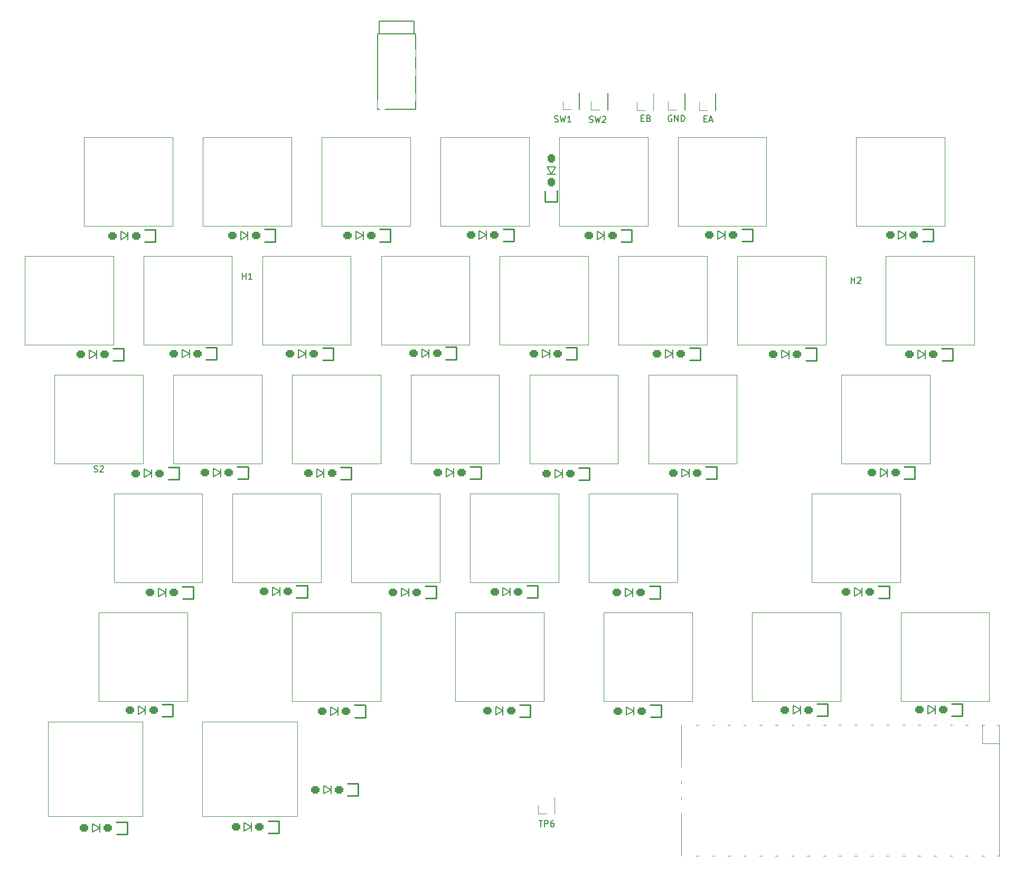
<source format=gbr>
%TF.GenerationSoftware,KiCad,Pcbnew,8.0.7*%
%TF.CreationDate,2025-05-31T19:51:50+02:00*%
%TF.ProjectId,pcb_keyboard_dx,7063625f-6b65-4796-926f-6172645f6478,rev?*%
%TF.SameCoordinates,Original*%
%TF.FileFunction,Legend,Top*%
%TF.FilePolarity,Positive*%
%FSLAX46Y46*%
G04 Gerber Fmt 4.6, Leading zero omitted, Abs format (unit mm)*
G04 Created by KiCad (PCBNEW 8.0.7) date 2025-05-31 19:51:50*
%MOMM*%
%LPD*%
G01*
G04 APERTURE LIST*
G04 Aperture macros list*
%AMRoundRect*
0 Rectangle with rounded corners*
0 $1 Rounding radius*
0 $2 $3 $4 $5 $6 $7 $8 $9 X,Y pos of 4 corners*
0 Add a 4 corners polygon primitive as box body*
4,1,4,$2,$3,$4,$5,$6,$7,$8,$9,$2,$3,0*
0 Add four circle primitives for the rounded corners*
1,1,$1+$1,$2,$3*
1,1,$1+$1,$4,$5*
1,1,$1+$1,$6,$7*
1,1,$1+$1,$8,$9*
0 Add four rect primitives between the rounded corners*
20,1,$1+$1,$2,$3,$4,$5,0*
20,1,$1+$1,$4,$5,$6,$7,0*
20,1,$1+$1,$6,$7,$8,$9,0*
20,1,$1+$1,$8,$9,$2,$3,0*%
G04 Aperture macros list end*
%ADD10C,0.200000*%
%ADD11C,0.150000*%
%ADD12C,0.120000*%
%ADD13C,0.250000*%
%ADD14C,1.900000*%
%ADD15C,3.450000*%
%ADD16C,2.200000*%
%ADD17C,1.750000*%
%ADD18C,3.050000*%
%ADD19C,4.000000*%
%ADD20O,1.800000X1.800000*%
%ADD21O,1.500000X1.500000*%
%ADD22O,1.700000X1.700000*%
%ADD23R,1.700000X3.500000*%
%ADD24R,1.700000X1.700000*%
%ADD25R,3.500000X1.700000*%
%ADD26C,0.800000*%
%ADD27O,1.600000X2.000000*%
%ADD28R,1.400000X1.400000*%
%ADD29RoundRect,0.300000X0.400000X0.300000X-0.400000X0.300000X-0.400000X-0.300000X0.400000X-0.300000X0*%
%ADD30C,1.400000*%
%ADD31RoundRect,0.300000X0.300000X-0.400000X0.300000X0.400000X-0.300000X0.400000X-0.300000X-0.400000X0*%
G04 APERTURE END LIST*
D10*
X120341804Y-36106600D02*
X120484661Y-36154219D01*
X120484661Y-36154219D02*
X120722756Y-36154219D01*
X120722756Y-36154219D02*
X120817994Y-36106600D01*
X120817994Y-36106600D02*
X120865613Y-36058980D01*
X120865613Y-36058980D02*
X120913232Y-35963742D01*
X120913232Y-35963742D02*
X120913232Y-35868504D01*
X120913232Y-35868504D02*
X120865613Y-35773266D01*
X120865613Y-35773266D02*
X120817994Y-35725647D01*
X120817994Y-35725647D02*
X120722756Y-35678028D01*
X120722756Y-35678028D02*
X120532280Y-35630409D01*
X120532280Y-35630409D02*
X120437042Y-35582790D01*
X120437042Y-35582790D02*
X120389423Y-35535171D01*
X120389423Y-35535171D02*
X120341804Y-35439933D01*
X120341804Y-35439933D02*
X120341804Y-35344695D01*
X120341804Y-35344695D02*
X120389423Y-35249457D01*
X120389423Y-35249457D02*
X120437042Y-35201838D01*
X120437042Y-35201838D02*
X120532280Y-35154219D01*
X120532280Y-35154219D02*
X120770375Y-35154219D01*
X120770375Y-35154219D02*
X120913232Y-35201838D01*
X121246566Y-35154219D02*
X121484661Y-36154219D01*
X121484661Y-36154219D02*
X121675137Y-35439933D01*
X121675137Y-35439933D02*
X121865613Y-36154219D01*
X121865613Y-36154219D02*
X122103709Y-35154219D01*
X122437042Y-35249457D02*
X122484661Y-35201838D01*
X122484661Y-35201838D02*
X122579899Y-35154219D01*
X122579899Y-35154219D02*
X122817994Y-35154219D01*
X122817994Y-35154219D02*
X122913232Y-35201838D01*
X122913232Y-35201838D02*
X122960851Y-35249457D01*
X122960851Y-35249457D02*
X123008470Y-35344695D01*
X123008470Y-35344695D02*
X123008470Y-35439933D01*
X123008470Y-35439933D02*
X122960851Y-35582790D01*
X122960851Y-35582790D02*
X122389423Y-36154219D01*
X122389423Y-36154219D02*
X123008470Y-36154219D01*
X138759423Y-35560409D02*
X139092756Y-35560409D01*
X139235613Y-36084219D02*
X138759423Y-36084219D01*
X138759423Y-36084219D02*
X138759423Y-35084219D01*
X138759423Y-35084219D02*
X139235613Y-35084219D01*
X139616566Y-35798504D02*
X140092756Y-35798504D01*
X139521328Y-36084219D02*
X139854661Y-35084219D01*
X139854661Y-35084219D02*
X140187994Y-36084219D01*
X112276566Y-148117638D02*
X112847994Y-148117638D01*
X112562280Y-149117638D02*
X112562280Y-148117638D01*
X113181328Y-149117638D02*
X113181328Y-148117638D01*
X113181328Y-148117638D02*
X113562280Y-148117638D01*
X113562280Y-148117638D02*
X113657518Y-148165257D01*
X113657518Y-148165257D02*
X113705137Y-148212876D01*
X113705137Y-148212876D02*
X113752756Y-148308114D01*
X113752756Y-148308114D02*
X113752756Y-148450971D01*
X113752756Y-148450971D02*
X113705137Y-148546209D01*
X113705137Y-148546209D02*
X113657518Y-148593828D01*
X113657518Y-148593828D02*
X113562280Y-148641447D01*
X113562280Y-148641447D02*
X113181328Y-148641447D01*
X114609899Y-148117638D02*
X114419423Y-148117638D01*
X114419423Y-148117638D02*
X114324185Y-148165257D01*
X114324185Y-148165257D02*
X114276566Y-148212876D01*
X114276566Y-148212876D02*
X114181328Y-148355733D01*
X114181328Y-148355733D02*
X114133709Y-148546209D01*
X114133709Y-148546209D02*
X114133709Y-148927161D01*
X114133709Y-148927161D02*
X114181328Y-149022399D01*
X114181328Y-149022399D02*
X114228947Y-149070019D01*
X114228947Y-149070019D02*
X114324185Y-149117638D01*
X114324185Y-149117638D02*
X114514661Y-149117638D01*
X114514661Y-149117638D02*
X114609899Y-149070019D01*
X114609899Y-149070019D02*
X114657518Y-149022399D01*
X114657518Y-149022399D02*
X114705137Y-148927161D01*
X114705137Y-148927161D02*
X114705137Y-148689066D01*
X114705137Y-148689066D02*
X114657518Y-148593828D01*
X114657518Y-148593828D02*
X114609899Y-148546209D01*
X114609899Y-148546209D02*
X114514661Y-148498590D01*
X114514661Y-148498590D02*
X114324185Y-148498590D01*
X114324185Y-148498590D02*
X114228947Y-148546209D01*
X114228947Y-148546209D02*
X114181328Y-148593828D01*
X114181328Y-148593828D02*
X114133709Y-148689066D01*
X114761804Y-36046600D02*
X114904661Y-36094219D01*
X114904661Y-36094219D02*
X115142756Y-36094219D01*
X115142756Y-36094219D02*
X115237994Y-36046600D01*
X115237994Y-36046600D02*
X115285613Y-35998980D01*
X115285613Y-35998980D02*
X115333232Y-35903742D01*
X115333232Y-35903742D02*
X115333232Y-35808504D01*
X115333232Y-35808504D02*
X115285613Y-35713266D01*
X115285613Y-35713266D02*
X115237994Y-35665647D01*
X115237994Y-35665647D02*
X115142756Y-35618028D01*
X115142756Y-35618028D02*
X114952280Y-35570409D01*
X114952280Y-35570409D02*
X114857042Y-35522790D01*
X114857042Y-35522790D02*
X114809423Y-35475171D01*
X114809423Y-35475171D02*
X114761804Y-35379933D01*
X114761804Y-35379933D02*
X114761804Y-35284695D01*
X114761804Y-35284695D02*
X114809423Y-35189457D01*
X114809423Y-35189457D02*
X114857042Y-35141838D01*
X114857042Y-35141838D02*
X114952280Y-35094219D01*
X114952280Y-35094219D02*
X115190375Y-35094219D01*
X115190375Y-35094219D02*
X115333232Y-35141838D01*
X115666566Y-35094219D02*
X115904661Y-36094219D01*
X115904661Y-36094219D02*
X116095137Y-35379933D01*
X116095137Y-35379933D02*
X116285613Y-36094219D01*
X116285613Y-36094219D02*
X116523709Y-35094219D01*
X117428470Y-36094219D02*
X116857042Y-36094219D01*
X117142756Y-36094219D02*
X117142756Y-35094219D01*
X117142756Y-35094219D02*
X117047518Y-35237076D01*
X117047518Y-35237076D02*
X116952280Y-35332314D01*
X116952280Y-35332314D02*
X116857042Y-35379933D01*
X128649423Y-35490409D02*
X128982756Y-35490409D01*
X129125613Y-36014219D02*
X128649423Y-36014219D01*
X128649423Y-36014219D02*
X128649423Y-35014219D01*
X128649423Y-35014219D02*
X129125613Y-35014219D01*
X129887518Y-35490409D02*
X130030375Y-35538028D01*
X130030375Y-35538028D02*
X130077994Y-35585647D01*
X130077994Y-35585647D02*
X130125613Y-35680885D01*
X130125613Y-35680885D02*
X130125613Y-35823742D01*
X130125613Y-35823742D02*
X130077994Y-35918980D01*
X130077994Y-35918980D02*
X130030375Y-35966600D01*
X130030375Y-35966600D02*
X129935137Y-36014219D01*
X129935137Y-36014219D02*
X129554185Y-36014219D01*
X129554185Y-36014219D02*
X129554185Y-35014219D01*
X129554185Y-35014219D02*
X129887518Y-35014219D01*
X129887518Y-35014219D02*
X129982756Y-35061838D01*
X129982756Y-35061838D02*
X130030375Y-35109457D01*
X130030375Y-35109457D02*
X130077994Y-35204695D01*
X130077994Y-35204695D02*
X130077994Y-35299933D01*
X130077994Y-35299933D02*
X130030375Y-35395171D01*
X130030375Y-35395171D02*
X129982756Y-35442790D01*
X129982756Y-35442790D02*
X129887518Y-35490409D01*
X129887518Y-35490409D02*
X129554185Y-35490409D01*
X133543232Y-35061838D02*
X133447994Y-35014219D01*
X133447994Y-35014219D02*
X133305137Y-35014219D01*
X133305137Y-35014219D02*
X133162280Y-35061838D01*
X133162280Y-35061838D02*
X133067042Y-35157076D01*
X133067042Y-35157076D02*
X133019423Y-35252314D01*
X133019423Y-35252314D02*
X132971804Y-35442790D01*
X132971804Y-35442790D02*
X132971804Y-35585647D01*
X132971804Y-35585647D02*
X133019423Y-35776123D01*
X133019423Y-35776123D02*
X133067042Y-35871361D01*
X133067042Y-35871361D02*
X133162280Y-35966600D01*
X133162280Y-35966600D02*
X133305137Y-36014219D01*
X133305137Y-36014219D02*
X133400375Y-36014219D01*
X133400375Y-36014219D02*
X133543232Y-35966600D01*
X133543232Y-35966600D02*
X133590851Y-35918980D01*
X133590851Y-35918980D02*
X133590851Y-35585647D01*
X133590851Y-35585647D02*
X133400375Y-35585647D01*
X134019423Y-36014219D02*
X134019423Y-35014219D01*
X134019423Y-35014219D02*
X134590851Y-36014219D01*
X134590851Y-36014219D02*
X134590851Y-35014219D01*
X135067042Y-36014219D02*
X135067042Y-35014219D01*
X135067042Y-35014219D02*
X135305137Y-35014219D01*
X135305137Y-35014219D02*
X135447994Y-35061838D01*
X135447994Y-35061838D02*
X135543232Y-35157076D01*
X135543232Y-35157076D02*
X135590851Y-35252314D01*
X135590851Y-35252314D02*
X135638470Y-35442790D01*
X135638470Y-35442790D02*
X135638470Y-35585647D01*
X135638470Y-35585647D02*
X135590851Y-35776123D01*
X135590851Y-35776123D02*
X135543232Y-35871361D01*
X135543232Y-35871361D02*
X135447994Y-35966600D01*
X135447994Y-35966600D02*
X135305137Y-36014219D01*
X135305137Y-36014219D02*
X135067042Y-36014219D01*
D11*
X40932845Y-92154200D02*
X41075702Y-92201819D01*
X41075702Y-92201819D02*
X41313797Y-92201819D01*
X41313797Y-92201819D02*
X41409035Y-92154200D01*
X41409035Y-92154200D02*
X41456654Y-92106580D01*
X41456654Y-92106580D02*
X41504273Y-92011342D01*
X41504273Y-92011342D02*
X41504273Y-91916104D01*
X41504273Y-91916104D02*
X41456654Y-91820866D01*
X41456654Y-91820866D02*
X41409035Y-91773247D01*
X41409035Y-91773247D02*
X41313797Y-91725628D01*
X41313797Y-91725628D02*
X41123321Y-91678009D01*
X41123321Y-91678009D02*
X41028083Y-91630390D01*
X41028083Y-91630390D02*
X40980464Y-91582771D01*
X40980464Y-91582771D02*
X40932845Y-91487533D01*
X40932845Y-91487533D02*
X40932845Y-91392295D01*
X40932845Y-91392295D02*
X40980464Y-91297057D01*
X40980464Y-91297057D02*
X41028083Y-91249438D01*
X41028083Y-91249438D02*
X41123321Y-91201819D01*
X41123321Y-91201819D02*
X41361416Y-91201819D01*
X41361416Y-91201819D02*
X41504273Y-91249438D01*
X41885226Y-91297057D02*
X41932845Y-91249438D01*
X41932845Y-91249438D02*
X42028083Y-91201819D01*
X42028083Y-91201819D02*
X42266178Y-91201819D01*
X42266178Y-91201819D02*
X42361416Y-91249438D01*
X42361416Y-91249438D02*
X42409035Y-91297057D01*
X42409035Y-91297057D02*
X42456654Y-91392295D01*
X42456654Y-91392295D02*
X42456654Y-91487533D01*
X42456654Y-91487533D02*
X42409035Y-91630390D01*
X42409035Y-91630390D02*
X41837607Y-92201819D01*
X41837607Y-92201819D02*
X42456654Y-92201819D01*
X162318845Y-61961819D02*
X162318845Y-60961819D01*
X162318845Y-61438009D02*
X162890273Y-61438009D01*
X162890273Y-61961819D02*
X162890273Y-60961819D01*
X163318845Y-61057057D02*
X163366464Y-61009438D01*
X163366464Y-61009438D02*
X163461702Y-60961819D01*
X163461702Y-60961819D02*
X163699797Y-60961819D01*
X163699797Y-60961819D02*
X163795035Y-61009438D01*
X163795035Y-61009438D02*
X163842654Y-61057057D01*
X163842654Y-61057057D02*
X163890273Y-61152295D01*
X163890273Y-61152295D02*
X163890273Y-61247533D01*
X163890273Y-61247533D02*
X163842654Y-61390390D01*
X163842654Y-61390390D02*
X163271226Y-61961819D01*
X163271226Y-61961819D02*
X163890273Y-61961819D01*
X64710345Y-61306819D02*
X64710345Y-60306819D01*
X64710345Y-60783009D02*
X65281773Y-60783009D01*
X65281773Y-61306819D02*
X65281773Y-60306819D01*
X66281773Y-61306819D02*
X65710345Y-61306819D01*
X65996059Y-61306819D02*
X65996059Y-60306819D01*
X65996059Y-60306819D02*
X65900821Y-60449676D01*
X65900821Y-60449676D02*
X65805583Y-60544914D01*
X65805583Y-60544914D02*
X65710345Y-60592533D01*
D12*
%TO.C,S3*%
X33562250Y-132252000D02*
X33562250Y-147452000D01*
X33562250Y-147452000D02*
X48762250Y-147452000D01*
X48762250Y-132252000D02*
X33562250Y-132252000D01*
X48762250Y-147452000D02*
X48762250Y-132252000D01*
%TO.C,S8*%
X41731000Y-114727000D02*
X41731000Y-128927000D01*
X41731000Y-128927000D02*
X55931000Y-128927000D01*
X55931000Y-114727000D02*
X41731000Y-114727000D01*
X55931000Y-128927000D02*
X55931000Y-114727000D01*
%TO.C,S18*%
X82194750Y-95687000D02*
X82194750Y-109887000D01*
X82194750Y-109887000D02*
X96394750Y-109887000D01*
X96394750Y-95687000D02*
X82194750Y-95687000D01*
X96394750Y-109887000D02*
X96394750Y-95687000D01*
%TO.C,U1*%
X135049750Y-139550419D02*
X135049750Y-132750419D01*
X135049750Y-141750419D02*
X135049750Y-142150419D01*
X135049750Y-144350419D02*
X135049750Y-144750419D01*
X135049750Y-153750419D02*
X135049750Y-146950419D01*
X137849750Y-132750419D02*
X137449750Y-132750419D01*
X137849750Y-153750419D02*
X137449750Y-153750419D01*
X140449750Y-132750419D02*
X140049750Y-132750419D01*
X140449750Y-153750419D02*
X140049750Y-153750419D01*
X142949750Y-132750419D02*
X142549750Y-132750419D01*
X142949750Y-153750419D02*
X142549750Y-153750419D01*
X145449750Y-132750419D02*
X145049750Y-132750419D01*
X145449750Y-153750419D02*
X145049750Y-153750419D01*
X148049750Y-132750419D02*
X147649750Y-132750419D01*
X148049750Y-153750419D02*
X147649750Y-153750419D01*
X150549750Y-132750419D02*
X150149750Y-132750419D01*
X150549750Y-153750419D02*
X150149750Y-153750419D01*
X153149750Y-132750419D02*
X152749750Y-132750419D01*
X153149750Y-153750419D02*
X152749750Y-153750419D01*
X155649750Y-132750419D02*
X155249750Y-132750419D01*
X155649750Y-153750419D02*
X155249750Y-153750419D01*
X158249750Y-132750419D02*
X157849750Y-132750419D01*
X158249750Y-153750419D02*
X157849750Y-153750419D01*
X160749750Y-132750419D02*
X160349750Y-132750419D01*
X160749750Y-153750419D02*
X160349750Y-153750419D01*
X163249750Y-132750419D02*
X162849750Y-132750419D01*
X163249750Y-153750419D02*
X162849750Y-153750419D01*
X165849750Y-132750419D02*
X165449750Y-132750419D01*
X165849750Y-153750419D02*
X165449750Y-153750419D01*
X168349750Y-132750419D02*
X167949750Y-132750419D01*
X168349750Y-153750419D02*
X167949750Y-153750419D01*
X170949750Y-132750419D02*
X170549750Y-132750419D01*
X170949750Y-153750419D02*
X170549750Y-153750419D01*
X173449750Y-132750419D02*
X173049750Y-132750419D01*
X173449750Y-153750419D02*
X173049750Y-153750419D01*
X175949750Y-132750419D02*
X175549750Y-132750419D01*
X175949750Y-153750419D02*
X175549750Y-153750419D01*
X178549750Y-132750419D02*
X178149750Y-132750419D01*
X178549750Y-153750419D02*
X178149750Y-153750419D01*
X181049750Y-132750419D02*
X180649750Y-132750419D01*
X181049750Y-153750419D02*
X180649750Y-153750419D01*
X183382750Y-132750419D02*
X183382750Y-135757419D01*
X183382750Y-135757419D02*
X186049750Y-135757419D01*
X183649750Y-132750419D02*
X183249750Y-132750419D01*
X183649750Y-153750419D02*
X183249750Y-153750419D01*
X186049750Y-132750419D02*
X185749750Y-132750419D01*
X186049750Y-132750419D02*
X186049750Y-153750419D01*
X186049750Y-153750419D02*
X185749750Y-153750419D01*
%TO.C,S6*%
X53634750Y-76647000D02*
X53634750Y-90847000D01*
X53634750Y-90847000D02*
X67834750Y-90847000D01*
X67834750Y-76647000D02*
X53634750Y-76647000D01*
X67834750Y-90847000D02*
X67834750Y-76647000D01*
%TO.C,S32*%
X163124750Y-38557000D02*
X163124750Y-52757000D01*
X163124750Y-52757000D02*
X177324750Y-52757000D01*
X177324750Y-38557000D02*
X163124750Y-38557000D01*
X177324750Y-52757000D02*
X177324750Y-38557000D01*
D11*
%TO.C,U3*%
X86399750Y-21918600D02*
X86399750Y-34018600D01*
X86649750Y-21918600D02*
X86649750Y-19918600D01*
X92249750Y-19918600D02*
X86649750Y-19918600D01*
X92249750Y-21918600D02*
X92249750Y-19918600D01*
X92499750Y-21918600D02*
X86399750Y-21918600D01*
X92499750Y-21918600D02*
X92499750Y-34018600D01*
X92499750Y-34018600D02*
X86399750Y-34018600D01*
D12*
%TO.C,S33*%
X167887250Y-57607000D02*
X167887250Y-71807000D01*
X167887250Y-71807000D02*
X182087250Y-71807000D01*
X182087250Y-57607000D02*
X167887250Y-57607000D01*
X182087250Y-71807000D02*
X182087250Y-57607000D01*
%TO.C,S25*%
X125034750Y-57607000D02*
X125034750Y-71807000D01*
X125034750Y-71807000D02*
X139234750Y-71807000D01*
X139234750Y-57607000D02*
X125034750Y-57607000D01*
X139234750Y-71807000D02*
X139234750Y-57607000D01*
%TO.C,S5*%
X48874750Y-57607000D02*
X48874750Y-71807000D01*
X48874750Y-71807000D02*
X63074750Y-71807000D01*
X63074750Y-57607000D02*
X48874750Y-57607000D01*
X63074750Y-71807000D02*
X63074750Y-57607000D01*
%TO.C,S7*%
X44114750Y-95687000D02*
X44114750Y-109887000D01*
X44114750Y-109887000D02*
X58314750Y-109887000D01*
X58314750Y-95687000D02*
X44114750Y-95687000D01*
X58314750Y-109887000D02*
X58314750Y-95687000D01*
%TO.C,S36*%
X170268500Y-114727000D02*
X170268500Y-128927000D01*
X170268500Y-128927000D02*
X184468500Y-128927000D01*
X184468500Y-114727000D02*
X170268500Y-114727000D01*
X184468500Y-128927000D02*
X184468500Y-114727000D01*
%TO.C,S30*%
X144074750Y-57607000D02*
X144074750Y-71807000D01*
X144074750Y-71807000D02*
X158274750Y-71807000D01*
X158274750Y-57607000D02*
X144074750Y-57607000D01*
X158274750Y-71807000D02*
X158274750Y-57607000D01*
%TO.C,S2*%
X34594750Y-76647000D02*
X34594750Y-90847000D01*
X34594750Y-90847000D02*
X48794750Y-90847000D01*
X48794750Y-76647000D02*
X34594750Y-76647000D01*
X48794750Y-90847000D02*
X48794750Y-76647000D01*
%TO.C,S27*%
X120274750Y-95687000D02*
X120274750Y-109887000D01*
X120274750Y-109887000D02*
X134474750Y-109887000D01*
X134474750Y-95687000D02*
X120274750Y-95687000D01*
X134474750Y-109887000D02*
X134474750Y-95687000D01*
%TO.C,S9*%
X58389750Y-38557000D02*
X58389750Y-52757000D01*
X58389750Y-52757000D02*
X72589750Y-52757000D01*
X72589750Y-38557000D02*
X58389750Y-38557000D01*
X72589750Y-52757000D02*
X72589750Y-38557000D01*
%TO.C,S10*%
X67914750Y-57607000D02*
X67914750Y-71807000D01*
X67914750Y-71807000D02*
X82114750Y-71807000D01*
X82114750Y-57607000D02*
X67914750Y-57607000D01*
X82114750Y-71807000D02*
X82114750Y-57607000D01*
%TO.C,S1*%
X29834750Y-57607000D02*
X29834750Y-71807000D01*
X29834750Y-71807000D02*
X44034750Y-71807000D01*
X44034750Y-57607000D02*
X29834750Y-57607000D01*
X44034750Y-71807000D02*
X44034750Y-57607000D01*
%TO.C,S13*%
X72672250Y-114727000D02*
X72672250Y-128927000D01*
X72672250Y-128927000D02*
X86872250Y-128927000D01*
X86872250Y-114727000D02*
X72672250Y-114727000D01*
X86872250Y-128927000D02*
X86872250Y-114727000D01*
%TO.C,S17*%
X91714750Y-76647000D02*
X91714750Y-90847000D01*
X91714750Y-90847000D02*
X105914750Y-90847000D01*
X105914750Y-76647000D02*
X91714750Y-76647000D01*
X105914750Y-90847000D02*
X105914750Y-76647000D01*
%TO.C,TP6*%
X112133964Y-146994614D02*
X112133964Y-145664614D01*
X113463964Y-146994614D02*
X112133964Y-146994614D01*
X114733964Y-144334614D02*
X114793964Y-144334614D01*
X114733964Y-146994614D02*
X114733964Y-144334614D01*
X114733964Y-146994614D02*
X114793964Y-146994614D01*
X114793964Y-146994614D02*
X114793964Y-144334614D01*
%TO.C,S23*%
X98853500Y-114727000D02*
X98853500Y-128927000D01*
X98853500Y-128927000D02*
X113053500Y-128927000D01*
X113053500Y-114727000D02*
X98853500Y-114727000D01*
X113053500Y-128927000D02*
X113053500Y-114727000D01*
%TO.C,TP4*%
X133009750Y-34157000D02*
X133009750Y-32827000D01*
X134339750Y-34157000D02*
X133009750Y-34157000D01*
X135609750Y-31497000D02*
X135669750Y-31497000D01*
X135609750Y-34157000D02*
X135609750Y-31497000D01*
X135609750Y-34157000D02*
X135669750Y-34157000D01*
X135669750Y-34157000D02*
X135669750Y-31497000D01*
%TO.C,S21*%
X110754750Y-76647000D02*
X110754750Y-90847000D01*
X110754750Y-90847000D02*
X124954750Y-90847000D01*
X124954750Y-76647000D02*
X110754750Y-76647000D01*
X124954750Y-90847000D02*
X124954750Y-76647000D01*
%TO.C,S31*%
X146453500Y-114727000D02*
X146453500Y-128927000D01*
X146453500Y-128927000D02*
X160653500Y-128927000D01*
X160653500Y-114727000D02*
X146453500Y-114727000D01*
X160653500Y-128927000D02*
X160653500Y-114727000D01*
%TO.C,S28*%
X122653500Y-114727000D02*
X122653500Y-128927000D01*
X122653500Y-128927000D02*
X136853500Y-128927000D01*
X136853500Y-114727000D02*
X122653500Y-114727000D01*
X136853500Y-128927000D02*
X136853500Y-114727000D01*
%TO.C,S24*%
X115509750Y-38557000D02*
X115509750Y-52757000D01*
X115509750Y-52757000D02*
X129709750Y-52757000D01*
X129709750Y-38557000D02*
X115509750Y-38557000D01*
X129709750Y-52757000D02*
X129709750Y-38557000D01*
%TO.C,S35*%
X155981000Y-95687000D02*
X155981000Y-109887000D01*
X155981000Y-109887000D02*
X170181000Y-109887000D01*
X170181000Y-95687000D02*
X155981000Y-95687000D01*
X170181000Y-109887000D02*
X170181000Y-95687000D01*
%TO.C,S26*%
X129794750Y-76647000D02*
X129794750Y-90847000D01*
X129794750Y-90847000D02*
X143994750Y-90847000D01*
X143994750Y-76647000D02*
X129794750Y-76647000D01*
X143994750Y-90847000D02*
X143994750Y-76647000D01*
%TO.C,TP5*%
X137939750Y-34187000D02*
X137939750Y-32857000D01*
X139269750Y-34187000D02*
X137939750Y-34187000D01*
X140539750Y-31527000D02*
X140599750Y-31527000D01*
X140539750Y-34187000D02*
X140539750Y-31527000D01*
X140539750Y-34187000D02*
X140599750Y-34187000D01*
X140599750Y-34187000D02*
X140599750Y-31527000D01*
%TO.C,S11*%
X72674750Y-76647000D02*
X72674750Y-90847000D01*
X72674750Y-90847000D02*
X86874750Y-90847000D01*
X86874750Y-76647000D02*
X72674750Y-76647000D01*
X86874750Y-90847000D02*
X86874750Y-76647000D01*
%TO.C,TP2*%
X120639750Y-34107000D02*
X120639750Y-32777000D01*
X121969750Y-34107000D02*
X120639750Y-34107000D01*
X123239750Y-31447000D02*
X123299750Y-31447000D01*
X123239750Y-34107000D02*
X123239750Y-31447000D01*
X123239750Y-34107000D02*
X123299750Y-34107000D01*
X123299750Y-34107000D02*
X123299750Y-31447000D01*
%TO.C,S4*%
X39349750Y-38557000D02*
X39349750Y-52757000D01*
X39349750Y-52757000D02*
X53549750Y-52757000D01*
X53549750Y-38557000D02*
X39349750Y-38557000D01*
X53549750Y-52757000D02*
X53549750Y-38557000D01*
%TO.C,TP3*%
X127979750Y-34197000D02*
X127979750Y-32867000D01*
X129309750Y-34197000D02*
X127979750Y-34197000D01*
X130579750Y-31537000D02*
X130639750Y-31537000D01*
X130579750Y-34197000D02*
X130579750Y-31537000D01*
X130579750Y-34197000D02*
X130639750Y-34197000D01*
X130639750Y-34197000D02*
X130639750Y-31537000D01*
%TO.C,S12*%
X63154750Y-95687000D02*
X63154750Y-109887000D01*
X63154750Y-109887000D02*
X77354750Y-109887000D01*
X77354750Y-95687000D02*
X63154750Y-95687000D01*
X77354750Y-109887000D02*
X77354750Y-95687000D01*
%TO.C,S14*%
X58312250Y-132252000D02*
X58312250Y-147452000D01*
X58312250Y-147452000D02*
X73512250Y-147452000D01*
X73512250Y-132252000D02*
X58312250Y-132252000D01*
X73512250Y-147452000D02*
X73512250Y-132252000D01*
%TO.C,S20*%
X105994750Y-57607000D02*
X105994750Y-71807000D01*
X105994750Y-71807000D02*
X120194750Y-71807000D01*
X120194750Y-57607000D02*
X105994750Y-57607000D01*
X120194750Y-71807000D02*
X120194750Y-57607000D01*
%TO.C,S19*%
X96469750Y-38557000D02*
X96469750Y-52757000D01*
X96469750Y-52757000D02*
X110669750Y-52757000D01*
X110669750Y-38557000D02*
X96469750Y-38557000D01*
X110669750Y-52757000D02*
X110669750Y-38557000D01*
%TO.C,TP1*%
X116089750Y-34077000D02*
X116089750Y-32747000D01*
X117419750Y-34077000D02*
X116089750Y-34077000D01*
X118689750Y-31417000D02*
X118749750Y-31417000D01*
X118689750Y-34077000D02*
X118689750Y-31417000D01*
X118689750Y-34077000D02*
X118749750Y-34077000D01*
X118749750Y-34077000D02*
X118749750Y-31417000D01*
%TO.C,S22*%
X101234750Y-95687000D02*
X101234750Y-109887000D01*
X101234750Y-109887000D02*
X115434750Y-109887000D01*
X115434750Y-95687000D02*
X101234750Y-95687000D01*
X115434750Y-109887000D02*
X115434750Y-95687000D01*
%TO.C,S15*%
X77429750Y-38557000D02*
X77429750Y-52757000D01*
X77429750Y-52757000D02*
X91629750Y-52757000D01*
X91629750Y-38557000D02*
X77429750Y-38557000D01*
X91629750Y-52757000D02*
X91629750Y-38557000D01*
%TO.C,S16*%
X86954750Y-57607000D02*
X86954750Y-71807000D01*
X86954750Y-71807000D02*
X101154750Y-71807000D01*
X101154750Y-57607000D02*
X86954750Y-57607000D01*
X101154750Y-71807000D02*
X101154750Y-57607000D01*
%TO.C,S29*%
X134549750Y-38557000D02*
X134549750Y-52757000D01*
X134549750Y-52757000D02*
X148749750Y-52757000D01*
X148749750Y-38557000D02*
X134549750Y-38557000D01*
X148749750Y-52757000D02*
X148749750Y-38557000D01*
%TO.C,S34*%
X160743500Y-76647000D02*
X160743500Y-90847000D01*
X160743500Y-90847000D02*
X174943500Y-90847000D01*
X174943500Y-76647000D02*
X160743500Y-76647000D01*
X174943500Y-90847000D02*
X174943500Y-76647000D01*
D10*
%TO.C,D11*%
X76624750Y-91714500D02*
X76624750Y-93044500D01*
X76624750Y-93044500D02*
X77794750Y-92389500D01*
X77794750Y-91724500D02*
X77794750Y-93054500D01*
X77794750Y-92389500D02*
X76624750Y-91714500D01*
D13*
X80454750Y-91424500D02*
X82164750Y-91424500D01*
X80474750Y-93384500D02*
X82174750Y-93384500D01*
X82174750Y-91434500D02*
X82174750Y-93384500D01*
D10*
%TO.C,D9*%
X64444750Y-53604500D02*
X64444750Y-54934500D01*
X64444750Y-54934500D02*
X65614750Y-54279500D01*
X65614750Y-53614500D02*
X65614750Y-54944500D01*
X65614750Y-54279500D02*
X64444750Y-53604500D01*
D13*
X68274750Y-53314500D02*
X69984750Y-53314500D01*
X68294750Y-55274500D02*
X69994750Y-55274500D01*
X69994750Y-53324500D02*
X69994750Y-55274500D01*
D10*
%TO.C,D24*%
X121594750Y-53624500D02*
X121594750Y-54954500D01*
X121594750Y-54954500D02*
X122764750Y-54299500D01*
X122764750Y-53634500D02*
X122764750Y-54964500D01*
X122764750Y-54299500D02*
X121594750Y-53624500D01*
D13*
X125424750Y-53334500D02*
X127134750Y-53334500D01*
X125444750Y-55294500D02*
X127144750Y-55294500D01*
X127144750Y-53344500D02*
X127144750Y-55294500D01*
D10*
%TO.C,D12*%
X69552250Y-110685750D02*
X69552250Y-112015750D01*
X69552250Y-112015750D02*
X70722250Y-111360750D01*
X70722250Y-110695750D02*
X70722250Y-112025750D01*
X70722250Y-111360750D02*
X69552250Y-110685750D01*
D13*
X73382250Y-110395750D02*
X75092250Y-110395750D01*
X73402250Y-112355750D02*
X75102250Y-112355750D01*
X75102250Y-110405750D02*
X75102250Y-112355750D01*
D10*
%TO.C,D25*%
X132574750Y-72604500D02*
X132574750Y-73934500D01*
X132574750Y-73934500D02*
X133744750Y-73279500D01*
X133744750Y-72614500D02*
X133744750Y-73944500D01*
X133744750Y-73279500D02*
X132574750Y-72604500D01*
D13*
X136404750Y-72314500D02*
X138114750Y-72314500D01*
X136424750Y-74274500D02*
X138124750Y-74274500D01*
X138124750Y-72324500D02*
X138124750Y-74274500D01*
D10*
%TO.C,D3*%
X40694750Y-148634500D02*
X40694750Y-149964500D01*
X40694750Y-149964500D02*
X41864750Y-149309500D01*
X41864750Y-148644500D02*
X41864750Y-149974500D01*
X41864750Y-149309500D02*
X40694750Y-148634500D01*
D13*
X44524750Y-148344500D02*
X46234750Y-148344500D01*
X44544750Y-150304500D02*
X46244750Y-150304500D01*
X46244750Y-148354500D02*
X46244750Y-150304500D01*
D10*
%TO.C,D38*%
X77744750Y-142474500D02*
X77744750Y-143804500D01*
X77744750Y-143804500D02*
X78914750Y-143149500D01*
X78914750Y-142484500D02*
X78914750Y-143814500D01*
X78914750Y-143149500D02*
X77744750Y-142474500D01*
D13*
X81574750Y-142184500D02*
X83284750Y-142184500D01*
X81594750Y-144144500D02*
X83294750Y-144144500D01*
X83294750Y-142194500D02*
X83294750Y-144144500D01*
D10*
%TO.C,D22*%
X106504750Y-110734500D02*
X106504750Y-112064500D01*
X106504750Y-112064500D02*
X107674750Y-111409500D01*
X107674750Y-110744500D02*
X107674750Y-112074500D01*
X107674750Y-111409500D02*
X106504750Y-110734500D01*
D13*
X110334750Y-110444500D02*
X112044750Y-110444500D01*
X110354750Y-112404500D02*
X112054750Y-112404500D01*
X112054750Y-110454500D02*
X112054750Y-112404500D01*
D10*
%TO.C,D33*%
X173034750Y-72664500D02*
X173034750Y-73994500D01*
X173034750Y-73994500D02*
X174204750Y-73339500D01*
X174204750Y-72674500D02*
X174204750Y-74004500D01*
X174204750Y-73339500D02*
X173034750Y-72664500D01*
D13*
X176864750Y-72374500D02*
X178574750Y-72374500D01*
X176884750Y-74334500D02*
X178584750Y-74334500D01*
X178584750Y-72384500D02*
X178584750Y-74334500D01*
D10*
%TO.C,D7*%
X51284750Y-110864500D02*
X51284750Y-112194500D01*
X51284750Y-112194500D02*
X52454750Y-111539500D01*
X52454750Y-110874500D02*
X52454750Y-112204500D01*
X52454750Y-111539500D02*
X51284750Y-110864500D01*
D13*
X55114750Y-110574500D02*
X56824750Y-110574500D01*
X55134750Y-112534500D02*
X56834750Y-112534500D01*
X56834750Y-110584500D02*
X56834750Y-112534500D01*
D10*
%TO.C,D30*%
X151174750Y-72644500D02*
X151174750Y-73974500D01*
X151174750Y-73974500D02*
X152344750Y-73319500D01*
X152344750Y-72654500D02*
X152344750Y-73984500D01*
X152344750Y-73319500D02*
X151174750Y-72644500D01*
D13*
X155004750Y-72354500D02*
X156714750Y-72354500D01*
X155024750Y-74314500D02*
X156724750Y-74314500D01*
X156724750Y-72364500D02*
X156724750Y-74314500D01*
D10*
%TO.C,D14*%
X65014750Y-148444500D02*
X65014750Y-149774500D01*
X65014750Y-149774500D02*
X66184750Y-149119500D01*
X66184750Y-148454500D02*
X66184750Y-149784500D01*
X66184750Y-149119500D02*
X65014750Y-148444500D01*
D13*
X68844750Y-148154500D02*
X70554750Y-148154500D01*
X68864750Y-150114500D02*
X70564750Y-150114500D01*
X70564750Y-148164500D02*
X70564750Y-150114500D01*
D10*
%TO.C,D15*%
X82914750Y-53594500D02*
X82914750Y-54924500D01*
X82914750Y-54924500D02*
X84084750Y-54269500D01*
X84084750Y-53604500D02*
X84084750Y-54934500D01*
X84084750Y-54269500D02*
X82914750Y-53594500D01*
D13*
X86744750Y-53304500D02*
X88454750Y-53304500D01*
X86764750Y-55264500D02*
X88464750Y-55264500D01*
X88464750Y-53314500D02*
X88464750Y-55264500D01*
D10*
%TO.C,D16*%
X93474750Y-72484500D02*
X93474750Y-73814500D01*
X93474750Y-73814500D02*
X94644750Y-73159500D01*
X94644750Y-72494500D02*
X94644750Y-73824500D01*
X94644750Y-73159500D02*
X93474750Y-72484500D01*
D13*
X97304750Y-72194500D02*
X99014750Y-72194500D01*
X97324750Y-74154500D02*
X99024750Y-74154500D01*
X99024750Y-72204500D02*
X99024750Y-74154500D01*
D10*
%TO.C,D1*%
X40164750Y-72684500D02*
X40164750Y-74014500D01*
X40164750Y-74014500D02*
X41334750Y-73359500D01*
X41334750Y-72694500D02*
X41334750Y-74024500D01*
X41334750Y-73359500D02*
X40164750Y-72684500D01*
D13*
X43994750Y-72394500D02*
X45704750Y-72394500D01*
X44014750Y-74354500D02*
X45714750Y-74354500D01*
X45714750Y-72404500D02*
X45714750Y-74354500D01*
D10*
%TO.C,D6*%
X60074750Y-91664500D02*
X60074750Y-92994500D01*
X60074750Y-92994500D02*
X61244750Y-92339500D01*
X61244750Y-91674500D02*
X61244750Y-93004500D01*
X61244750Y-92339500D02*
X60074750Y-91664500D01*
D13*
X63904750Y-91374500D02*
X65614750Y-91374500D01*
X63924750Y-93334500D02*
X65624750Y-93334500D01*
X65624750Y-91384500D02*
X65624750Y-93334500D01*
D10*
%TO.C,D17*%
X97404750Y-91644500D02*
X97404750Y-92974500D01*
X97404750Y-92974500D02*
X98574750Y-92319500D01*
X98574750Y-91654500D02*
X98574750Y-92984500D01*
X98574750Y-92319500D02*
X97404750Y-91644500D01*
D13*
X101234750Y-91354500D02*
X102944750Y-91354500D01*
X101254750Y-93314500D02*
X102954750Y-93314500D01*
X102954750Y-91364500D02*
X102954750Y-93314500D01*
%TO.C,D37*%
X113251000Y-47149500D02*
X113251000Y-48849500D01*
D10*
X113591000Y-43299500D02*
X114246000Y-44469500D01*
X114246000Y-44469500D02*
X114921000Y-43299500D01*
X114911000Y-44469500D02*
X113581000Y-44469500D01*
X114921000Y-43299500D02*
X113591000Y-43299500D01*
D13*
X115201000Y-48849500D02*
X113251000Y-48849500D01*
X115211000Y-47129500D02*
X115211000Y-48839500D01*
D10*
%TO.C,D28*%
X126292250Y-129865750D02*
X126292250Y-131195750D01*
X126292250Y-131195750D02*
X127462250Y-130540750D01*
X127462250Y-129875750D02*
X127462250Y-131205750D01*
X127462250Y-130540750D02*
X126292250Y-129865750D01*
D13*
X130122250Y-129575750D02*
X131832250Y-129575750D01*
X130142250Y-131535750D02*
X131842250Y-131535750D01*
X131842250Y-129585750D02*
X131842250Y-131535750D01*
D10*
%TO.C,D36*%
X174614750Y-129646919D02*
X174614750Y-130976919D01*
X174614750Y-130976919D02*
X175784750Y-130321919D01*
X175784750Y-129656919D02*
X175784750Y-130986919D01*
X175784750Y-130321919D02*
X174614750Y-129646919D01*
D13*
X178444750Y-129356919D02*
X180154750Y-129356919D01*
X178464750Y-131316919D02*
X180164750Y-131316919D01*
X180164750Y-129366919D02*
X180164750Y-131316919D01*
D10*
%TO.C,D18*%
X90214750Y-110814500D02*
X90214750Y-112144500D01*
X90214750Y-112144500D02*
X91384750Y-111489500D01*
X91384750Y-110824500D02*
X91384750Y-112154500D01*
X91384750Y-111489500D02*
X90214750Y-110814500D01*
D13*
X94044750Y-110524500D02*
X95754750Y-110524500D01*
X94064750Y-112484500D02*
X95764750Y-112484500D01*
X95764750Y-110534500D02*
X95764750Y-112484500D01*
D10*
%TO.C,D34*%
X166974750Y-91664500D02*
X166974750Y-92994500D01*
X166974750Y-92994500D02*
X168144750Y-92339500D01*
X168144750Y-91674500D02*
X168144750Y-93004500D01*
X168144750Y-92339500D02*
X166974750Y-91664500D01*
D13*
X170804750Y-91374500D02*
X172514750Y-91374500D01*
X170824750Y-93334500D02*
X172524750Y-93334500D01*
X172524750Y-91384500D02*
X172524750Y-93334500D01*
D10*
%TO.C,D21*%
X114844750Y-91824500D02*
X114844750Y-93154500D01*
X114844750Y-93154500D02*
X116014750Y-92499500D01*
X116014750Y-91834500D02*
X116014750Y-93164500D01*
X116014750Y-92499500D02*
X114844750Y-91824500D01*
D13*
X118674750Y-91534500D02*
X120384750Y-91534500D01*
X118694750Y-93494500D02*
X120394750Y-93494500D01*
X120394750Y-91544500D02*
X120394750Y-93494500D01*
D10*
%TO.C,D19*%
X102694750Y-53557919D02*
X102694750Y-54887919D01*
X102694750Y-54887919D02*
X103864750Y-54232919D01*
X103864750Y-53567919D02*
X103864750Y-54897919D01*
X103864750Y-54232919D02*
X102694750Y-53557919D01*
D13*
X106524750Y-53267919D02*
X108234750Y-53267919D01*
X106544750Y-55227919D02*
X108244750Y-55227919D01*
X108244750Y-53277919D02*
X108244750Y-55227919D01*
D10*
%TO.C,D35*%
X162874750Y-110764500D02*
X162874750Y-112094500D01*
X162874750Y-112094500D02*
X164044750Y-111439500D01*
X164044750Y-110774500D02*
X164044750Y-112104500D01*
X164044750Y-111439500D02*
X162874750Y-110764500D01*
D13*
X166704750Y-110474500D02*
X168414750Y-110474500D01*
X166724750Y-112434500D02*
X168424750Y-112434500D01*
X168424750Y-110484500D02*
X168424750Y-112434500D01*
D10*
%TO.C,D10*%
X73724750Y-72604500D02*
X73724750Y-73934500D01*
X73724750Y-73934500D02*
X74894750Y-73279500D01*
X74894750Y-72614500D02*
X74894750Y-73944500D01*
X74894750Y-73279500D02*
X73724750Y-72604500D01*
D13*
X77554750Y-72314500D02*
X79264750Y-72314500D01*
X77574750Y-74274500D02*
X79274750Y-74274500D01*
X79274750Y-72324500D02*
X79274750Y-74274500D01*
D10*
%TO.C,D31*%
X153024750Y-129684500D02*
X153024750Y-131014500D01*
X153024750Y-131014500D02*
X154194750Y-130359500D01*
X154194750Y-129694500D02*
X154194750Y-131024500D01*
X154194750Y-130359500D02*
X153024750Y-129684500D01*
D13*
X156854750Y-129394500D02*
X158564750Y-129394500D01*
X156874750Y-131354500D02*
X158574750Y-131354500D01*
X158574750Y-129404500D02*
X158574750Y-131354500D01*
D10*
%TO.C,D23*%
X105334750Y-129844500D02*
X105334750Y-131174500D01*
X105334750Y-131174500D02*
X106504750Y-130519500D01*
X106504750Y-129854500D02*
X106504750Y-131184500D01*
X106504750Y-130519500D02*
X105334750Y-129844500D01*
D13*
X109164750Y-129554500D02*
X110874750Y-129554500D01*
X109184750Y-131514500D02*
X110884750Y-131514500D01*
X110884750Y-129564500D02*
X110884750Y-131514500D01*
D10*
%TO.C,D29*%
X140954750Y-53557919D02*
X140954750Y-54887919D01*
X140954750Y-54887919D02*
X142124750Y-54232919D01*
X142124750Y-53567919D02*
X142124750Y-54897919D01*
X142124750Y-54232919D02*
X140954750Y-53557919D01*
D13*
X144784750Y-53267919D02*
X146494750Y-53267919D01*
X144804750Y-55227919D02*
X146504750Y-55227919D01*
X146504750Y-53277919D02*
X146504750Y-55227919D01*
D10*
%TO.C,D4*%
X45214750Y-53654500D02*
X45214750Y-54984500D01*
X45214750Y-54984500D02*
X46384750Y-54329500D01*
X46384750Y-53664500D02*
X46384750Y-54994500D01*
X46384750Y-54329500D02*
X45214750Y-53654500D01*
D13*
X49044750Y-53364500D02*
X50754750Y-53364500D01*
X49064750Y-55324500D02*
X50764750Y-55324500D01*
X50764750Y-53374500D02*
X50764750Y-55324500D01*
D10*
%TO.C,D20*%
X112794750Y-72544500D02*
X112794750Y-73874500D01*
X112794750Y-73874500D02*
X113964750Y-73219500D01*
X113964750Y-72554500D02*
X113964750Y-73884500D01*
X113964750Y-73219500D02*
X112794750Y-72544500D01*
D13*
X116624750Y-72254500D02*
X118334750Y-72254500D01*
X116644750Y-74214500D02*
X118344750Y-74214500D01*
X118344750Y-72264500D02*
X118344750Y-74214500D01*
D10*
%TO.C,D8*%
X48012250Y-129755750D02*
X48012250Y-131085750D01*
X48012250Y-131085750D02*
X49182250Y-130430750D01*
X49182250Y-129765750D02*
X49182250Y-131095750D01*
X49182250Y-130430750D02*
X48012250Y-129755750D01*
D13*
X51842250Y-129465750D02*
X53552250Y-129465750D01*
X51862250Y-131425750D02*
X53562250Y-131425750D01*
X53562250Y-129475750D02*
X53562250Y-131425750D01*
D10*
%TO.C,D27*%
X126134750Y-110834500D02*
X126134750Y-112164500D01*
X126134750Y-112164500D02*
X127304750Y-111509500D01*
X127304750Y-110844500D02*
X127304750Y-112174500D01*
X127304750Y-111509500D02*
X126134750Y-110834500D01*
D13*
X129964750Y-110544500D02*
X131674750Y-110544500D01*
X129984750Y-112504500D02*
X131684750Y-112504500D01*
X131684750Y-110554500D02*
X131684750Y-112504500D01*
D10*
%TO.C,D26*%
X135174750Y-91684500D02*
X135174750Y-93014500D01*
X135174750Y-93014500D02*
X136344750Y-92359500D01*
X136344750Y-91694500D02*
X136344750Y-93024500D01*
X136344750Y-92359500D02*
X135174750Y-91684500D01*
D13*
X139004750Y-91394500D02*
X140714750Y-91394500D01*
X139024750Y-93354500D02*
X140724750Y-93354500D01*
X140724750Y-91404500D02*
X140724750Y-93354500D01*
D10*
%TO.C,D2*%
X49004750Y-91754500D02*
X49004750Y-93084500D01*
X49004750Y-93084500D02*
X50174750Y-92429500D01*
X50174750Y-91764500D02*
X50174750Y-93094500D01*
X50174750Y-92429500D02*
X49004750Y-91754500D01*
D13*
X52834750Y-91464500D02*
X54544750Y-91464500D01*
X52854750Y-93424500D02*
X54554750Y-93424500D01*
X54554750Y-91474500D02*
X54554750Y-93424500D01*
D10*
%TO.C,D32*%
X169924750Y-53564500D02*
X169924750Y-54894500D01*
X169924750Y-54894500D02*
X171094750Y-54239500D01*
X171094750Y-53574500D02*
X171094750Y-54904500D01*
X171094750Y-54239500D02*
X169924750Y-53564500D01*
D13*
X173754750Y-53274500D02*
X175464750Y-53274500D01*
X173774750Y-55234500D02*
X175474750Y-55234500D01*
X175474750Y-53284500D02*
X175474750Y-55234500D01*
D10*
%TO.C,D5*%
X55054750Y-72544500D02*
X55054750Y-73874500D01*
X55054750Y-73874500D02*
X56224750Y-73219500D01*
X56224750Y-72554500D02*
X56224750Y-73884500D01*
X56224750Y-73219500D02*
X55054750Y-72544500D01*
D13*
X58884750Y-72254500D02*
X60594750Y-72254500D01*
X58904750Y-74214500D02*
X60604750Y-74214500D01*
X60604750Y-72264500D02*
X60604750Y-74214500D01*
D10*
%TO.C,D13*%
X78872250Y-129885750D02*
X78872250Y-131215750D01*
X78872250Y-131215750D02*
X80042250Y-130560750D01*
X80042250Y-129895750D02*
X80042250Y-131225750D01*
X80042250Y-130560750D02*
X78872250Y-129885750D01*
D13*
X82702250Y-129595750D02*
X84412250Y-129595750D01*
X82722250Y-131555750D02*
X84422250Y-131555750D01*
X84422250Y-129605750D02*
X84422250Y-131555750D01*
%TD*%
%LPC*%
D14*
%TO.C,S3*%
X46662250Y-139852000D03*
D15*
X41162250Y-139852000D03*
D14*
X35662250Y-139852000D03*
D16*
X41162250Y-145752000D03*
X36162250Y-143652000D03*
%TD*%
D17*
%TO.C,S8*%
X53911000Y-121827000D03*
D18*
X52641000Y-124367000D03*
D19*
X48831000Y-121827000D03*
D18*
X46291000Y-126907000D03*
D17*
X43751000Y-121827000D03*
%TD*%
%TO.C,S18*%
X94374750Y-102787000D03*
D18*
X93104750Y-105327000D03*
D19*
X89294750Y-102787000D03*
D18*
X86754750Y-107867000D03*
D17*
X84214750Y-102787000D03*
%TD*%
D20*
%TO.C,U1*%
X184549750Y-140525419D03*
D21*
X181519750Y-140825419D03*
X181519750Y-145675419D03*
D20*
X184549750Y-145975419D03*
D22*
X184679750Y-134360419D03*
D23*
X184679750Y-133460419D03*
D22*
X182139750Y-134360419D03*
D23*
X182139750Y-133460419D03*
D24*
X179599750Y-134360419D03*
D23*
X179599750Y-133460419D03*
D22*
X177059750Y-134360419D03*
D23*
X177059750Y-133460419D03*
D22*
X174519750Y-134360419D03*
D23*
X174519750Y-133460419D03*
D22*
X171979750Y-134360419D03*
D23*
X171979750Y-133460419D03*
D22*
X169439750Y-134360419D03*
D23*
X169439750Y-133460419D03*
D24*
X166899750Y-134360419D03*
D23*
X166899750Y-133460419D03*
D22*
X164359750Y-134360419D03*
D23*
X164359750Y-133460419D03*
D22*
X161819750Y-134360419D03*
D23*
X161819750Y-133460419D03*
D22*
X159279750Y-134360419D03*
D23*
X159279750Y-133460419D03*
D22*
X156739750Y-134360419D03*
D23*
X156739750Y-133460419D03*
D24*
X154199750Y-134360419D03*
D23*
X154199750Y-133460419D03*
D22*
X151659750Y-134360419D03*
D23*
X151659750Y-133460419D03*
D22*
X149119750Y-134360419D03*
D23*
X149119750Y-133460419D03*
D22*
X146579750Y-134360419D03*
D23*
X146579750Y-133460419D03*
D22*
X144039750Y-134360419D03*
D23*
X144039750Y-133460419D03*
D24*
X141499750Y-134360419D03*
D23*
X141499750Y-133460419D03*
D22*
X138959750Y-134360419D03*
D23*
X138959750Y-133460419D03*
D22*
X136419750Y-134360419D03*
D23*
X136419750Y-133460419D03*
D22*
X136419750Y-152140419D03*
D23*
X136419750Y-153040419D03*
D22*
X138959750Y-152140419D03*
D23*
X138959750Y-153040419D03*
D24*
X141499750Y-152140419D03*
D23*
X141499750Y-153040419D03*
D22*
X144039750Y-152140419D03*
D23*
X144039750Y-153040419D03*
D22*
X146579750Y-152140419D03*
D23*
X146579750Y-153040419D03*
D22*
X149119750Y-152140419D03*
D23*
X149119750Y-153040419D03*
D22*
X151659750Y-152140419D03*
D23*
X151659750Y-153040419D03*
D24*
X154199750Y-152140419D03*
D23*
X154199750Y-153040419D03*
D22*
X156739750Y-152140419D03*
D23*
X156739750Y-153040419D03*
D22*
X159279750Y-152140419D03*
D23*
X159279750Y-153040419D03*
D22*
X161819750Y-152140419D03*
D23*
X161819750Y-153040419D03*
D22*
X164359750Y-152140419D03*
D23*
X164359750Y-153040419D03*
D24*
X166899750Y-152140419D03*
D23*
X166899750Y-153040419D03*
D22*
X169439750Y-152140419D03*
D23*
X169439750Y-153040419D03*
D22*
X171979750Y-152140419D03*
D23*
X171979750Y-153040419D03*
D22*
X174519750Y-152140419D03*
D23*
X174519750Y-153040419D03*
D22*
X177059750Y-152140419D03*
D23*
X177059750Y-153040419D03*
D24*
X179599750Y-152140419D03*
D23*
X179599750Y-153040419D03*
D22*
X182139750Y-152140419D03*
D23*
X182139750Y-153040419D03*
D22*
X184679750Y-152140419D03*
D23*
X184679750Y-153040419D03*
D22*
X136649750Y-140710419D03*
D25*
X135749750Y-140710419D03*
D24*
X136649750Y-143250419D03*
D25*
X135749750Y-143250419D03*
D22*
X136649750Y-145790419D03*
D25*
X135749750Y-145790419D03*
%TD*%
D17*
%TO.C,S6*%
X65814750Y-83747000D03*
D18*
X64544750Y-86287000D03*
D19*
X60734750Y-83747000D03*
D18*
X58194750Y-88827000D03*
D17*
X55654750Y-83747000D03*
%TD*%
%TO.C,S32*%
X175304750Y-45657000D03*
D18*
X174034750Y-48197000D03*
D19*
X170224750Y-45657000D03*
D18*
X167684750Y-50737000D03*
D17*
X165144750Y-45657000D03*
%TD*%
D26*
%TO.C,U3*%
X89449750Y-23518600D03*
X89449750Y-30518600D03*
D27*
X87149750Y-33218600D03*
X91749750Y-32118600D03*
X91749750Y-28118600D03*
X91749750Y-25118600D03*
%TD*%
D17*
%TO.C,S33*%
X180067250Y-64707000D03*
D18*
X178797250Y-67247000D03*
D19*
X174987250Y-64707000D03*
D18*
X172447250Y-69787000D03*
D17*
X169907250Y-64707000D03*
%TD*%
%TO.C,S25*%
X137214750Y-64707000D03*
D18*
X135944750Y-67247000D03*
D19*
X132134750Y-64707000D03*
D18*
X129594750Y-69787000D03*
D17*
X127054750Y-64707000D03*
%TD*%
%TO.C,S5*%
X61054750Y-64707000D03*
D18*
X59784750Y-67247000D03*
D19*
X55974750Y-64707000D03*
D18*
X53434750Y-69787000D03*
D17*
X50894750Y-64707000D03*
%TD*%
%TO.C,S7*%
X56294750Y-102787000D03*
D18*
X55024750Y-105327000D03*
D19*
X51214750Y-102787000D03*
D18*
X48674750Y-107867000D03*
D17*
X46134750Y-102787000D03*
%TD*%
%TO.C,S36*%
X182448500Y-121827000D03*
D18*
X181178500Y-124367000D03*
D19*
X177368500Y-121827000D03*
D18*
X174828500Y-126907000D03*
D17*
X172288500Y-121827000D03*
%TD*%
%TO.C,S30*%
X156254750Y-64707000D03*
D18*
X154984750Y-67247000D03*
D19*
X151174750Y-64707000D03*
D18*
X148634750Y-69787000D03*
D17*
X146094750Y-64707000D03*
%TD*%
%TO.C,S2*%
X46774750Y-83747000D03*
D18*
X45504750Y-86287000D03*
D19*
X41694750Y-83747000D03*
D18*
X39154750Y-88827000D03*
D17*
X36614750Y-83747000D03*
%TD*%
%TO.C,S27*%
X132454750Y-102787000D03*
D18*
X131184750Y-105327000D03*
D19*
X127374750Y-102787000D03*
D18*
X124834750Y-107867000D03*
D17*
X122294750Y-102787000D03*
%TD*%
%TO.C,S9*%
X70569750Y-45657000D03*
D18*
X69299750Y-48197000D03*
D19*
X65489750Y-45657000D03*
D18*
X62949750Y-50737000D03*
D17*
X60409750Y-45657000D03*
%TD*%
%TO.C,S10*%
X80094750Y-64707000D03*
D18*
X78824750Y-67247000D03*
D19*
X75014750Y-64707000D03*
D18*
X72474750Y-69787000D03*
D17*
X69934750Y-64707000D03*
%TD*%
%TO.C,S1*%
X42014750Y-64707000D03*
D18*
X40744750Y-67247000D03*
D19*
X36934750Y-64707000D03*
D18*
X34394750Y-69787000D03*
D17*
X31854750Y-64707000D03*
%TD*%
%TO.C,S13*%
X84852250Y-121827000D03*
D18*
X83582250Y-124367000D03*
D19*
X79772250Y-121827000D03*
D18*
X77232250Y-126907000D03*
D17*
X74692250Y-121827000D03*
%TD*%
%TO.C,S17*%
X103894750Y-83747000D03*
D18*
X102624750Y-86287000D03*
D19*
X98814750Y-83747000D03*
D18*
X96274750Y-88827000D03*
D17*
X93734750Y-83747000D03*
%TD*%
D24*
%TO.C,TP6*%
X113463964Y-145664614D03*
%TD*%
D17*
%TO.C,S23*%
X111033500Y-121827000D03*
D18*
X109763500Y-124367000D03*
D19*
X105953500Y-121827000D03*
D18*
X103413500Y-126907000D03*
D17*
X100873500Y-121827000D03*
%TD*%
D24*
%TO.C,TP4*%
X134339750Y-32827000D03*
%TD*%
D17*
%TO.C,S21*%
X122934750Y-83747000D03*
D18*
X121664750Y-86287000D03*
D19*
X117854750Y-83747000D03*
D18*
X115314750Y-88827000D03*
D17*
X112774750Y-83747000D03*
%TD*%
%TO.C,S31*%
X158633500Y-121827000D03*
D18*
X157363500Y-124367000D03*
D19*
X153553500Y-121827000D03*
D18*
X151013500Y-126907000D03*
D17*
X148473500Y-121827000D03*
%TD*%
%TO.C,S28*%
X134833500Y-121827000D03*
D18*
X133563500Y-124367000D03*
D19*
X129753500Y-121827000D03*
D18*
X127213500Y-126907000D03*
D17*
X124673500Y-121827000D03*
%TD*%
%TO.C,S24*%
X127689750Y-45657000D03*
D18*
X126419750Y-48197000D03*
D19*
X122609750Y-45657000D03*
D18*
X120069750Y-50737000D03*
D17*
X117529750Y-45657000D03*
%TD*%
%TO.C,S35*%
X168161000Y-102787000D03*
D18*
X166891000Y-105327000D03*
D19*
X163081000Y-102787000D03*
D18*
X160541000Y-107867000D03*
D17*
X158001000Y-102787000D03*
%TD*%
%TO.C,S26*%
X141974750Y-83747000D03*
D18*
X140704750Y-86287000D03*
D19*
X136894750Y-83747000D03*
D18*
X134354750Y-88827000D03*
D17*
X131814750Y-83747000D03*
%TD*%
D16*
%TO.C,H3*%
X165402250Y-121832000D03*
%TD*%
D24*
%TO.C,TP5*%
X139269750Y-32857000D03*
%TD*%
D17*
%TO.C,S11*%
X84854750Y-83747000D03*
D18*
X83584750Y-86287000D03*
D19*
X79774750Y-83747000D03*
D18*
X77234750Y-88827000D03*
D17*
X74694750Y-83747000D03*
%TD*%
D24*
%TO.C,TP2*%
X121969750Y-32777000D03*
%TD*%
D17*
%TO.C,S4*%
X51529750Y-45657000D03*
D18*
X50259750Y-48197000D03*
D19*
X46449750Y-45657000D03*
D18*
X43909750Y-50737000D03*
D17*
X41369750Y-45657000D03*
%TD*%
D24*
%TO.C,TP3*%
X129309750Y-32867000D03*
%TD*%
D16*
%TO.C,H4*%
X64301000Y-118827000D03*
%TD*%
D17*
%TO.C,S12*%
X75334750Y-102787000D03*
D18*
X74064750Y-105327000D03*
D19*
X70254750Y-102787000D03*
D18*
X67714750Y-107867000D03*
D17*
X65174750Y-102787000D03*
%TD*%
D14*
%TO.C,S14*%
X71412250Y-139852000D03*
D15*
X65912250Y-139852000D03*
D14*
X60412250Y-139852000D03*
D16*
X65912250Y-145752000D03*
X60912250Y-143652000D03*
%TD*%
D17*
%TO.C,S20*%
X118174750Y-64707000D03*
D18*
X116904750Y-67247000D03*
D19*
X113094750Y-64707000D03*
D18*
X110554750Y-69787000D03*
D17*
X108014750Y-64707000D03*
%TD*%
%TO.C,S19*%
X108649750Y-45657000D03*
D18*
X107379750Y-48197000D03*
D19*
X103569750Y-45657000D03*
D18*
X101029750Y-50737000D03*
D17*
X98489750Y-45657000D03*
%TD*%
D16*
%TO.C,H2*%
X163080750Y-64707000D03*
%TD*%
D24*
%TO.C,TP1*%
X117419750Y-32747000D03*
%TD*%
D17*
%TO.C,S22*%
X113414750Y-102787000D03*
D18*
X112144750Y-105327000D03*
D19*
X108334750Y-102787000D03*
D18*
X105794750Y-107867000D03*
D17*
X103254750Y-102787000D03*
%TD*%
%TO.C,S15*%
X89609750Y-45657000D03*
D18*
X88339750Y-48197000D03*
D19*
X84529750Y-45657000D03*
D18*
X81989750Y-50737000D03*
D17*
X79449750Y-45657000D03*
%TD*%
%TO.C,S16*%
X99134750Y-64707000D03*
D18*
X97864750Y-67247000D03*
D19*
X94054750Y-64707000D03*
D18*
X91514750Y-69787000D03*
D17*
X88974750Y-64707000D03*
%TD*%
%TO.C,S29*%
X146729750Y-45657000D03*
D18*
X145459750Y-48197000D03*
D19*
X141649750Y-45657000D03*
D18*
X139109750Y-50737000D03*
D17*
X136569750Y-45657000D03*
%TD*%
D16*
%TO.C,H1*%
X65472250Y-64052000D03*
%TD*%
D17*
%TO.C,S34*%
X172923500Y-83747000D03*
D18*
X171653500Y-86287000D03*
D19*
X167843500Y-83747000D03*
D18*
X165303500Y-88827000D03*
D17*
X162763500Y-83747000D03*
%TD*%
D28*
%TO.C,D11*%
X81179750Y-92397000D03*
D29*
X79079750Y-92397000D03*
X75279750Y-92397000D03*
D30*
X73179750Y-92397000D03*
%TD*%
D28*
%TO.C,D9*%
X68999750Y-54287000D03*
D29*
X66899750Y-54287000D03*
X63099750Y-54287000D03*
D30*
X60999750Y-54287000D03*
%TD*%
D28*
%TO.C,D24*%
X126149750Y-54307000D03*
D29*
X124049750Y-54307000D03*
X120249750Y-54307000D03*
D30*
X118149750Y-54307000D03*
%TD*%
D28*
%TO.C,D12*%
X74107250Y-111368250D03*
D29*
X72007250Y-111368250D03*
X68207250Y-111368250D03*
D30*
X66107250Y-111368250D03*
%TD*%
D28*
%TO.C,D25*%
X137129750Y-73287000D03*
D29*
X135029750Y-73287000D03*
X131229750Y-73287000D03*
D30*
X129129750Y-73287000D03*
%TD*%
D28*
%TO.C,D3*%
X45249750Y-149317000D03*
D29*
X43149750Y-149317000D03*
X39349750Y-149317000D03*
D30*
X37249750Y-149317000D03*
%TD*%
D28*
%TO.C,D38*%
X82299750Y-143157000D03*
D29*
X80199750Y-143157000D03*
X76399750Y-143157000D03*
D30*
X74299750Y-143157000D03*
%TD*%
D28*
%TO.C,D22*%
X111059750Y-111417000D03*
D29*
X108959750Y-111417000D03*
X105159750Y-111417000D03*
D30*
X103059750Y-111417000D03*
%TD*%
D28*
%TO.C,D33*%
X177589750Y-73347000D03*
D29*
X175489750Y-73347000D03*
X171689750Y-73347000D03*
D30*
X169589750Y-73347000D03*
%TD*%
D28*
%TO.C,D7*%
X55839750Y-111547000D03*
D29*
X53739750Y-111547000D03*
X49939750Y-111547000D03*
D30*
X47839750Y-111547000D03*
%TD*%
D28*
%TO.C,D30*%
X155729750Y-73327000D03*
D29*
X153629750Y-73327000D03*
X149829750Y-73327000D03*
D30*
X147729750Y-73327000D03*
%TD*%
D28*
%TO.C,D14*%
X69569750Y-149127000D03*
D29*
X67469750Y-149127000D03*
X63669750Y-149127000D03*
D30*
X61569750Y-149127000D03*
%TD*%
D28*
%TO.C,D15*%
X87469750Y-54277000D03*
D29*
X85369750Y-54277000D03*
X81569750Y-54277000D03*
D30*
X79469750Y-54277000D03*
%TD*%
D28*
%TO.C,D16*%
X98029750Y-73167000D03*
D29*
X95929750Y-73167000D03*
X92129750Y-73167000D03*
D30*
X90029750Y-73167000D03*
%TD*%
D28*
%TO.C,D1*%
X44719750Y-73367000D03*
D29*
X42619750Y-73367000D03*
X38819750Y-73367000D03*
D30*
X36719750Y-73367000D03*
%TD*%
D28*
%TO.C,D6*%
X64629750Y-92347000D03*
D29*
X62529750Y-92347000D03*
X58729750Y-92347000D03*
D30*
X56629750Y-92347000D03*
%TD*%
D28*
%TO.C,D17*%
X101959750Y-92327000D03*
D29*
X99859750Y-92327000D03*
X96059750Y-92327000D03*
D30*
X93959750Y-92327000D03*
%TD*%
D28*
%TO.C,D37*%
X114238500Y-47854500D03*
D31*
X114238500Y-45754500D03*
X114238500Y-41954500D03*
D30*
X114238500Y-39854500D03*
%TD*%
D28*
%TO.C,D28*%
X130847250Y-130548250D03*
D29*
X128747250Y-130548250D03*
X124947250Y-130548250D03*
D30*
X122847250Y-130548250D03*
%TD*%
D28*
%TO.C,D36*%
X179169750Y-130329419D03*
D29*
X177069750Y-130329419D03*
X173269750Y-130329419D03*
D30*
X171169750Y-130329419D03*
%TD*%
D28*
%TO.C,D18*%
X94769750Y-111497000D03*
D29*
X92669750Y-111497000D03*
X88869750Y-111497000D03*
D30*
X86769750Y-111497000D03*
%TD*%
D28*
%TO.C,D34*%
X171529750Y-92347000D03*
D29*
X169429750Y-92347000D03*
X165629750Y-92347000D03*
D30*
X163529750Y-92347000D03*
%TD*%
D28*
%TO.C,D21*%
X119399750Y-92507000D03*
D29*
X117299750Y-92507000D03*
X113499750Y-92507000D03*
D30*
X111399750Y-92507000D03*
%TD*%
D28*
%TO.C,D19*%
X107249750Y-54240419D03*
D29*
X105149750Y-54240419D03*
X101349750Y-54240419D03*
D30*
X99249750Y-54240419D03*
%TD*%
D28*
%TO.C,D35*%
X167429750Y-111447000D03*
D29*
X165329750Y-111447000D03*
X161529750Y-111447000D03*
D30*
X159429750Y-111447000D03*
%TD*%
D28*
%TO.C,D10*%
X78279750Y-73287000D03*
D29*
X76179750Y-73287000D03*
X72379750Y-73287000D03*
D30*
X70279750Y-73287000D03*
%TD*%
D28*
%TO.C,D31*%
X157579750Y-130367000D03*
D29*
X155479750Y-130367000D03*
X151679750Y-130367000D03*
D30*
X149579750Y-130367000D03*
%TD*%
D28*
%TO.C,D23*%
X109889750Y-130527000D03*
D29*
X107789750Y-130527000D03*
X103989750Y-130527000D03*
D30*
X101889750Y-130527000D03*
%TD*%
D28*
%TO.C,D29*%
X145509750Y-54240419D03*
D29*
X143409750Y-54240419D03*
X139609750Y-54240419D03*
D30*
X137509750Y-54240419D03*
%TD*%
D28*
%TO.C,D4*%
X49769750Y-54337000D03*
D29*
X47669750Y-54337000D03*
X43869750Y-54337000D03*
D30*
X41769750Y-54337000D03*
%TD*%
D28*
%TO.C,D20*%
X117349750Y-73227000D03*
D29*
X115249750Y-73227000D03*
X111449750Y-73227000D03*
D30*
X109349750Y-73227000D03*
%TD*%
D28*
%TO.C,D8*%
X52567250Y-130438250D03*
D29*
X50467250Y-130438250D03*
X46667250Y-130438250D03*
D30*
X44567250Y-130438250D03*
%TD*%
D28*
%TO.C,D27*%
X130689750Y-111517000D03*
D29*
X128589750Y-111517000D03*
X124789750Y-111517000D03*
D30*
X122689750Y-111517000D03*
%TD*%
D28*
%TO.C,D26*%
X139729750Y-92367000D03*
D29*
X137629750Y-92367000D03*
X133829750Y-92367000D03*
D30*
X131729750Y-92367000D03*
%TD*%
D28*
%TO.C,D2*%
X53559750Y-92437000D03*
D29*
X51459750Y-92437000D03*
X47659750Y-92437000D03*
D30*
X45559750Y-92437000D03*
%TD*%
D28*
%TO.C,D32*%
X174479750Y-54247000D03*
D29*
X172379750Y-54247000D03*
X168579750Y-54247000D03*
D30*
X166479750Y-54247000D03*
%TD*%
D28*
%TO.C,D5*%
X59609750Y-73227000D03*
D29*
X57509750Y-73227000D03*
X53709750Y-73227000D03*
D30*
X51609750Y-73227000D03*
%TD*%
D28*
%TO.C,D13*%
X83427250Y-130568250D03*
D29*
X81327250Y-130568250D03*
X77527250Y-130568250D03*
D30*
X75427250Y-130568250D03*
%TD*%
%LPD*%
M02*

</source>
